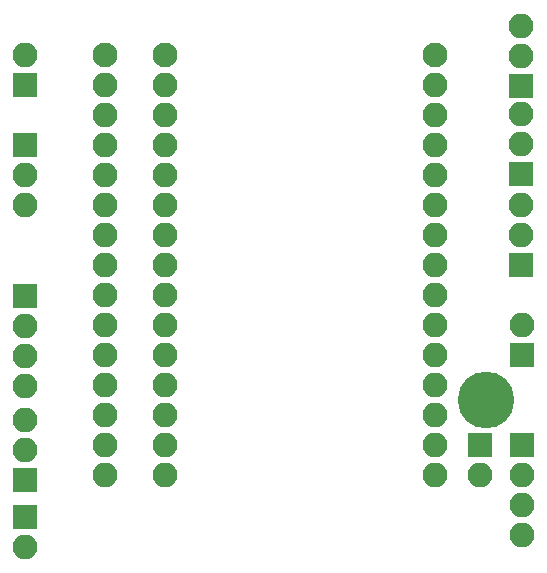
<source format=gbs>
G04 #@! TF.FileFunction,Soldermask,Bot*
%FSLAX46Y46*%
G04 Gerber Fmt 4.6, Leading zero omitted, Abs format (unit mm)*
G04 Created by KiCad (PCBNEW 4.0.7) date Sun Nov  5 18:25:08 2017*
%MOMM*%
%LPD*%
G01*
G04 APERTURE LIST*
%ADD10C,0.100000*%
%ADD11O,2.100000X2.100000*%
%ADD12C,2.100000*%
%ADD13C,4.800000*%
%ADD14R,2.100000X2.100000*%
G04 APERTURE END LIST*
D10*
D11*
X10750000Y-9342000D03*
X10750000Y-24582000D03*
X10750000Y-29662000D03*
X10750000Y-19502000D03*
X10750000Y-11882000D03*
X10750000Y-42362000D03*
X10750000Y-27122000D03*
X10750000Y-37282000D03*
X10750000Y-32202000D03*
X10750000Y-34742000D03*
D12*
X10750000Y-6802000D03*
D11*
X10750000Y-16962000D03*
X10750000Y-22042000D03*
X10750000Y-14422000D03*
X10750000Y-39822000D03*
D12*
X38690000Y-6802000D03*
D11*
X38690000Y-9342000D03*
X38690000Y-11882000D03*
X38690000Y-14422000D03*
X38690000Y-16962000D03*
X38690000Y-19502000D03*
X38690000Y-22042000D03*
X38690000Y-24582000D03*
X38690000Y-27122000D03*
X38690000Y-29662000D03*
X38690000Y-32202000D03*
X38690000Y-34742000D03*
X38690000Y-37282000D03*
X38690000Y-39822000D03*
X38690000Y-42362000D03*
X15830000Y-39822000D03*
X15830000Y-14422000D03*
X15830000Y-22042000D03*
X15830000Y-16962000D03*
D12*
X15830000Y-6802000D03*
D11*
X15830000Y-34742000D03*
X15830000Y-32202000D03*
X15830000Y-37282000D03*
X15830000Y-27122000D03*
X15830000Y-42362000D03*
X15830000Y-11882000D03*
X15830000Y-19502000D03*
X15830000Y-29662000D03*
X15830000Y-24582000D03*
X15830000Y-9342000D03*
D13*
X43000000Y-36000000D03*
D14*
X4000000Y-42800000D03*
D11*
X4000000Y-40260000D03*
X4000000Y-37720000D03*
D14*
X46040000Y-39820000D03*
D11*
X46040000Y-42360000D03*
X46040000Y-44900000D03*
X46040000Y-47440000D03*
X45989200Y-4310800D03*
X45989200Y-6850800D03*
D14*
X45989200Y-9390800D03*
X45989200Y-24580000D03*
D11*
X45989200Y-22040000D03*
X45989200Y-19500000D03*
X4000000Y-19540000D03*
X4000000Y-17000000D03*
D14*
X4000000Y-14460000D03*
X45989200Y-16909200D03*
D11*
X45989200Y-14369200D03*
X45989200Y-11829200D03*
X42484000Y-42360000D03*
D14*
X42484000Y-39820000D03*
X46040000Y-32200000D03*
D11*
X46040000Y-29660000D03*
X4000000Y-6800000D03*
D14*
X4000000Y-9340000D03*
X4000000Y-45916000D03*
D11*
X4000000Y-48456000D03*
D14*
X4000000Y-27193000D03*
D11*
X4000000Y-29733000D03*
X4000000Y-32273000D03*
X4000000Y-34813000D03*
M02*

</source>
